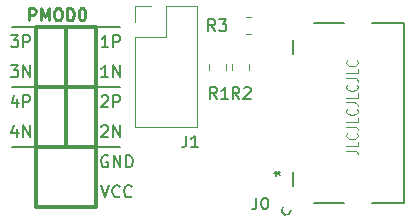
<source format=gbr>
%TF.GenerationSoftware,KiCad,Pcbnew,5.1.8*%
%TF.CreationDate,2021-01-07T21:55:06-06:00*%
%TF.ProjectId,hdmi_pmod,68646d69-5f70-46d6-9f64-2e6b69636164,rev?*%
%TF.SameCoordinates,Original*%
%TF.FileFunction,Legend,Top*%
%TF.FilePolarity,Positive*%
%FSLAX46Y46*%
G04 Gerber Fmt 4.6, Leading zero omitted, Abs format (unit mm)*
G04 Created by KiCad (PCBNEW 5.1.8) date 2021-01-07 21:55:06*
%MOMM*%
%LPD*%
G01*
G04 APERTURE LIST*
%ADD10C,0.100000*%
%ADD11C,0.120000*%
%ADD12C,0.304800*%
%ADD13C,0.203200*%
%ADD14C,0.152400*%
%ADD15C,0.150000*%
%ADD16C,0.254000*%
G04 APERTURE END LIST*
D10*
X113652380Y-76945238D02*
X114366666Y-76945238D01*
X114509523Y-76983333D01*
X114604761Y-77059523D01*
X114652380Y-77173809D01*
X114652380Y-77250000D01*
X114652380Y-76183333D02*
X114652380Y-76564285D01*
X113652380Y-76564285D01*
X114557142Y-75459523D02*
X114604761Y-75497619D01*
X114652380Y-75611904D01*
X114652380Y-75688095D01*
X114604761Y-75802380D01*
X114509523Y-75878571D01*
X114414285Y-75916666D01*
X114223809Y-75954761D01*
X114080952Y-75954761D01*
X113890476Y-75916666D01*
X113795238Y-75878571D01*
X113700000Y-75802380D01*
X113652380Y-75688095D01*
X113652380Y-75611904D01*
X113700000Y-75497619D01*
X113747619Y-75459523D01*
X113652380Y-74888095D02*
X114366666Y-74888095D01*
X114509523Y-74926190D01*
X114604761Y-75002380D01*
X114652380Y-75116666D01*
X114652380Y-75192857D01*
X114652380Y-74126190D02*
X114652380Y-74507142D01*
X113652380Y-74507142D01*
X114557142Y-73402380D02*
X114604761Y-73440476D01*
X114652380Y-73554761D01*
X114652380Y-73630952D01*
X114604761Y-73745238D01*
X114509523Y-73821428D01*
X114414285Y-73859523D01*
X114223809Y-73897619D01*
X114080952Y-73897619D01*
X113890476Y-73859523D01*
X113795238Y-73821428D01*
X113700000Y-73745238D01*
X113652380Y-73630952D01*
X113652380Y-73554761D01*
X113700000Y-73440476D01*
X113747619Y-73402380D01*
X113652380Y-72830952D02*
X114366666Y-72830952D01*
X114509523Y-72869047D01*
X114604761Y-72945238D01*
X114652380Y-73059523D01*
X114652380Y-73135714D01*
X114652380Y-72069047D02*
X114652380Y-72450000D01*
X113652380Y-72450000D01*
X114557142Y-71345238D02*
X114604761Y-71383333D01*
X114652380Y-71497619D01*
X114652380Y-71573809D01*
X114604761Y-71688095D01*
X114509523Y-71764285D01*
X114414285Y-71802380D01*
X114223809Y-71840476D01*
X114080952Y-71840476D01*
X113890476Y-71802380D01*
X113795238Y-71764285D01*
X113700000Y-71688095D01*
X113652380Y-71573809D01*
X113652380Y-71497619D01*
X113700000Y-71383333D01*
X113747619Y-71345238D01*
X113652380Y-70773809D02*
X114366666Y-70773809D01*
X114509523Y-70811904D01*
X114604761Y-70888095D01*
X114652380Y-71002380D01*
X114652380Y-71078571D01*
X114652380Y-70011904D02*
X114652380Y-70392857D01*
X113652380Y-70392857D01*
X114557142Y-69288095D02*
X114604761Y-69326190D01*
X114652380Y-69440476D01*
X114652380Y-69516666D01*
X114604761Y-69630952D01*
X114509523Y-69707142D01*
X114414285Y-69745238D01*
X114223809Y-69783333D01*
X114080952Y-69783333D01*
X113890476Y-69745238D01*
X113795238Y-69707142D01*
X113700000Y-69630952D01*
X113652380Y-69516666D01*
X113652380Y-69440476D01*
X113700000Y-69326190D01*
X113747619Y-69288095D01*
D11*
%TO.C,J1*%
X95820000Y-74950000D02*
X101020000Y-74950000D01*
X95820000Y-67270000D02*
X95820000Y-74950000D01*
X101020000Y-64670000D02*
X101020000Y-74950000D01*
X95820000Y-67270000D02*
X98420000Y-67270000D01*
X98420000Y-67270000D02*
X98420000Y-64670000D01*
X98420000Y-64670000D02*
X101020000Y-64670000D01*
X95820000Y-66000000D02*
X95820000Y-64670000D01*
X95820000Y-64670000D02*
X97150000Y-64670000D01*
D12*
%TO.C,PMOD0*%
X89941001Y-71526001D02*
X89941001Y-76606001D01*
X89941001Y-66446001D02*
X89941001Y-71526001D01*
X87401001Y-71526001D02*
X92481001Y-71526001D01*
X92481001Y-76606001D02*
X87401001Y-76606001D01*
X87401001Y-66446001D02*
X87401001Y-81686001D01*
X87401001Y-81686001D02*
X92481001Y-81686001D01*
X92481001Y-81686001D02*
X92481001Y-66446001D01*
X92481001Y-66446001D02*
X87401001Y-66446001D01*
D13*
X85369001Y-66446001D02*
X87401001Y-66446001D01*
X92481001Y-66446001D02*
X94513001Y-66446001D01*
X92481001Y-71526001D02*
X94513001Y-71526001D01*
X85369001Y-71526001D02*
X87401001Y-71526001D01*
X85369001Y-76606001D02*
X87401001Y-76606001D01*
X92481001Y-76606001D02*
X94513001Y-76606001D01*
D14*
%TO.C,J0*%
X118555262Y-81364699D02*
X118555262Y-66099299D01*
X118555262Y-66099299D02*
X115891179Y-66099299D01*
X109208062Y-67515900D02*
X109208062Y-68734158D01*
X110987380Y-81364699D02*
X113466401Y-81364699D01*
X109208062Y-78729840D02*
X109208062Y-79948097D01*
X115891179Y-81364699D02*
X118555262Y-81364699D01*
X113466401Y-66099299D02*
X110987380Y-66099299D01*
X108308180Y-81737914D02*
G75*
G03*
X108966000Y-81999699I276820J-261785D01*
G01*
D11*
%TO.C,R1*%
X103535000Y-69622936D02*
X103535000Y-70077064D01*
X102065000Y-69622936D02*
X102065000Y-70077064D01*
%TO.C,R2*%
X104015000Y-69622936D02*
X104015000Y-70077064D01*
X105485000Y-69622936D02*
X105485000Y-70077064D01*
%TO.C,R3*%
X105160436Y-65615000D02*
X105614564Y-65615000D01*
X105160436Y-67085000D02*
X105614564Y-67085000D01*
%TO.C,J1*%
D15*
X100116666Y-75652380D02*
X100116666Y-76366666D01*
X100069047Y-76509523D01*
X99973809Y-76604761D01*
X99830952Y-76652380D01*
X99735714Y-76652380D01*
X101116666Y-76652380D02*
X100545238Y-76652380D01*
X100830952Y-76652380D02*
X100830952Y-75652380D01*
X100735714Y-75795238D01*
X100640476Y-75890476D01*
X100545238Y-75938095D01*
%TO.C,PMOD0*%
D16*
X86808334Y-65889620D02*
X86808334Y-64873620D01*
X87195381Y-64873620D01*
X87292143Y-64922001D01*
X87340524Y-64970381D01*
X87388905Y-65067143D01*
X87388905Y-65212286D01*
X87340524Y-65309048D01*
X87292143Y-65357429D01*
X87195381Y-65405810D01*
X86808334Y-65405810D01*
X87824334Y-65889620D02*
X87824334Y-64873620D01*
X88163001Y-65599334D01*
X88501667Y-64873620D01*
X88501667Y-65889620D01*
X89179001Y-64873620D02*
X89372524Y-64873620D01*
X89469286Y-64922001D01*
X89566048Y-65018762D01*
X89614429Y-65212286D01*
X89614429Y-65550953D01*
X89566048Y-65744477D01*
X89469286Y-65841239D01*
X89372524Y-65889620D01*
X89179001Y-65889620D01*
X89082239Y-65841239D01*
X88985477Y-65744477D01*
X88937096Y-65550953D01*
X88937096Y-65212286D01*
X88985477Y-65018762D01*
X89082239Y-64922001D01*
X89179001Y-64873620D01*
X90049858Y-65889620D02*
X90049858Y-64873620D01*
X90291762Y-64873620D01*
X90436905Y-64922001D01*
X90533667Y-65018762D01*
X90582048Y-65115524D01*
X90630429Y-65309048D01*
X90630429Y-65454191D01*
X90582048Y-65647715D01*
X90533667Y-65744477D01*
X90436905Y-65841239D01*
X90291762Y-65889620D01*
X90049858Y-65889620D01*
X91259381Y-64873620D02*
X91356143Y-64873620D01*
X91452905Y-64922001D01*
X91501286Y-64970381D01*
X91549667Y-65067143D01*
X91598048Y-65260667D01*
X91598048Y-65502572D01*
X91549667Y-65696096D01*
X91501286Y-65792858D01*
X91452905Y-65841239D01*
X91356143Y-65889620D01*
X91259381Y-65889620D01*
X91162620Y-65841239D01*
X91114239Y-65792858D01*
X91065858Y-65696096D01*
X91017477Y-65502572D01*
X91017477Y-65260667D01*
X91065858Y-65067143D01*
X91114239Y-64970381D01*
X91162620Y-64922001D01*
X91259381Y-64873620D01*
D15*
X92941477Y-74883620D02*
X92989096Y-74836001D01*
X93084334Y-74788381D01*
X93322429Y-74788381D01*
X93417667Y-74836001D01*
X93465286Y-74883620D01*
X93512905Y-74978858D01*
X93512905Y-75074096D01*
X93465286Y-75216953D01*
X92893858Y-75788381D01*
X93512905Y-75788381D01*
X93941477Y-75788381D02*
X93941477Y-74788381D01*
X94512905Y-75788381D01*
X94512905Y-74788381D01*
X92965286Y-72343620D02*
X93012905Y-72296001D01*
X93108143Y-72248381D01*
X93346239Y-72248381D01*
X93441477Y-72296001D01*
X93489096Y-72343620D01*
X93536715Y-72438858D01*
X93536715Y-72534096D01*
X93489096Y-72676953D01*
X92917667Y-73248381D01*
X93536715Y-73248381D01*
X93965286Y-73248381D02*
X93965286Y-72248381D01*
X94346239Y-72248381D01*
X94441477Y-72296001D01*
X94489096Y-72343620D01*
X94536715Y-72438858D01*
X94536715Y-72581715D01*
X94489096Y-72676953D01*
X94441477Y-72724572D01*
X94346239Y-72772191D01*
X93965286Y-72772191D01*
X93512905Y-70708381D02*
X92941477Y-70708381D01*
X93227191Y-70708381D02*
X93227191Y-69708381D01*
X93131953Y-69851239D01*
X93036715Y-69946477D01*
X92941477Y-69994096D01*
X93941477Y-70708381D02*
X93941477Y-69708381D01*
X94512905Y-70708381D01*
X94512905Y-69708381D01*
X93536715Y-68168381D02*
X92965286Y-68168381D01*
X93251001Y-68168381D02*
X93251001Y-67168381D01*
X93155762Y-67311239D01*
X93060524Y-67406477D01*
X92965286Y-67454096D01*
X93965286Y-68168381D02*
X93965286Y-67168381D01*
X94346239Y-67168381D01*
X94441477Y-67216001D01*
X94489096Y-67263620D01*
X94536715Y-67358858D01*
X94536715Y-67501715D01*
X94489096Y-67596953D01*
X94441477Y-67644572D01*
X94346239Y-67692191D01*
X93965286Y-67692191D01*
X85797667Y-75121715D02*
X85797667Y-75788381D01*
X85559572Y-74740762D02*
X85321477Y-75455048D01*
X85940524Y-75455048D01*
X86321477Y-75788381D02*
X86321477Y-74788381D01*
X86892905Y-75788381D01*
X86892905Y-74788381D01*
X85821477Y-72581715D02*
X85821477Y-73248381D01*
X85583381Y-72200762D02*
X85345286Y-72915048D01*
X85964334Y-72915048D01*
X86345286Y-73248381D02*
X86345286Y-72248381D01*
X86726239Y-72248381D01*
X86821477Y-72296001D01*
X86869096Y-72343620D01*
X86916715Y-72438858D01*
X86916715Y-72581715D01*
X86869096Y-72676953D01*
X86821477Y-72724572D01*
X86726239Y-72772191D01*
X86345286Y-72772191D01*
X85297667Y-67168381D02*
X85916715Y-67168381D01*
X85583381Y-67549334D01*
X85726239Y-67549334D01*
X85821477Y-67596953D01*
X85869096Y-67644572D01*
X85916715Y-67739810D01*
X85916715Y-67977905D01*
X85869096Y-68073143D01*
X85821477Y-68120762D01*
X85726239Y-68168381D01*
X85440524Y-68168381D01*
X85345286Y-68120762D01*
X85297667Y-68073143D01*
X86345286Y-68168381D02*
X86345286Y-67168381D01*
X86726239Y-67168381D01*
X86821477Y-67216001D01*
X86869096Y-67263620D01*
X86916715Y-67358858D01*
X86916715Y-67501715D01*
X86869096Y-67596953D01*
X86821477Y-67644572D01*
X86726239Y-67692191D01*
X86345286Y-67692191D01*
X85273858Y-69708381D02*
X85892905Y-69708381D01*
X85559572Y-70089334D01*
X85702429Y-70089334D01*
X85797667Y-70136953D01*
X85845286Y-70184572D01*
X85892905Y-70279810D01*
X85892905Y-70517905D01*
X85845286Y-70613143D01*
X85797667Y-70660762D01*
X85702429Y-70708381D01*
X85416715Y-70708381D01*
X85321477Y-70660762D01*
X85273858Y-70613143D01*
X86321477Y-70708381D02*
X86321477Y-69708381D01*
X86892905Y-70708381D01*
X86892905Y-69708381D01*
X92925667Y-79868381D02*
X93259001Y-80868381D01*
X93592334Y-79868381D01*
X94497096Y-80773143D02*
X94449477Y-80820762D01*
X94306620Y-80868381D01*
X94211381Y-80868381D01*
X94068524Y-80820762D01*
X93973286Y-80725524D01*
X93925667Y-80630286D01*
X93878048Y-80439810D01*
X93878048Y-80296953D01*
X93925667Y-80106477D01*
X93973286Y-80011239D01*
X94068524Y-79916001D01*
X94211381Y-79868381D01*
X94306620Y-79868381D01*
X94449477Y-79916001D01*
X94497096Y-79963620D01*
X95497096Y-80773143D02*
X95449477Y-80820762D01*
X95306620Y-80868381D01*
X95211381Y-80868381D01*
X95068524Y-80820762D01*
X94973286Y-80725524D01*
X94925667Y-80630286D01*
X94878048Y-80439810D01*
X94878048Y-80296953D01*
X94925667Y-80106477D01*
X94973286Y-80011239D01*
X95068524Y-79916001D01*
X95211381Y-79868381D01*
X95306620Y-79868381D01*
X95449477Y-79916001D01*
X95497096Y-79963620D01*
X93497096Y-77376001D02*
X93401858Y-77328381D01*
X93259001Y-77328381D01*
X93116143Y-77376001D01*
X93020905Y-77471239D01*
X92973286Y-77566477D01*
X92925667Y-77756953D01*
X92925667Y-77899810D01*
X92973286Y-78090286D01*
X93020905Y-78185524D01*
X93116143Y-78280762D01*
X93259001Y-78328381D01*
X93354239Y-78328381D01*
X93497096Y-78280762D01*
X93544715Y-78233143D01*
X93544715Y-77899810D01*
X93354239Y-77899810D01*
X93973286Y-78328381D02*
X93973286Y-77328381D01*
X94544715Y-78328381D01*
X94544715Y-77328381D01*
X95020905Y-78328381D02*
X95020905Y-77328381D01*
X95259001Y-77328381D01*
X95401858Y-77376001D01*
X95497096Y-77471239D01*
X95544715Y-77566477D01*
X95592334Y-77756953D01*
X95592334Y-77899810D01*
X95544715Y-78090286D01*
X95497096Y-78185524D01*
X95401858Y-78280762D01*
X95259001Y-78328381D01*
X95020905Y-78328381D01*
%TO.C,J0*%
X106066666Y-80902380D02*
X106066666Y-81616666D01*
X106019047Y-81759523D01*
X105923809Y-81854761D01*
X105780952Y-81902380D01*
X105685714Y-81902380D01*
X106733333Y-80902380D02*
X106828571Y-80902380D01*
X106923809Y-80950000D01*
X106971428Y-80997619D01*
X107019047Y-81092857D01*
X107066666Y-81283333D01*
X107066666Y-81521428D01*
X107019047Y-81711904D01*
X106971428Y-81807142D01*
X106923809Y-81854761D01*
X106828571Y-81902380D01*
X106733333Y-81902380D01*
X106638095Y-81854761D01*
X106590476Y-81807142D01*
X106542857Y-81711904D01*
X106495238Y-81521428D01*
X106495238Y-81283333D01*
X106542857Y-81092857D01*
X106590476Y-80997619D01*
X106638095Y-80950000D01*
X106733333Y-80902380D01*
X107602380Y-78850000D02*
X107840476Y-78850000D01*
X107745238Y-79088095D02*
X107840476Y-78850000D01*
X107745238Y-78611904D01*
X108030952Y-78992857D02*
X107840476Y-78850000D01*
X108030952Y-78707142D01*
%TO.C,R1*%
X102733333Y-72552380D02*
X102400000Y-72076190D01*
X102161904Y-72552380D02*
X102161904Y-71552380D01*
X102542857Y-71552380D01*
X102638095Y-71600000D01*
X102685714Y-71647619D01*
X102733333Y-71742857D01*
X102733333Y-71885714D01*
X102685714Y-71980952D01*
X102638095Y-72028571D01*
X102542857Y-72076190D01*
X102161904Y-72076190D01*
X103685714Y-72552380D02*
X103114285Y-72552380D01*
X103400000Y-72552380D02*
X103400000Y-71552380D01*
X103304761Y-71695238D01*
X103209523Y-71790476D01*
X103114285Y-71838095D01*
%TO.C,R2*%
X104633333Y-72552380D02*
X104300000Y-72076190D01*
X104061904Y-72552380D02*
X104061904Y-71552380D01*
X104442857Y-71552380D01*
X104538095Y-71600000D01*
X104585714Y-71647619D01*
X104633333Y-71742857D01*
X104633333Y-71885714D01*
X104585714Y-71980952D01*
X104538095Y-72028571D01*
X104442857Y-72076190D01*
X104061904Y-72076190D01*
X105014285Y-71647619D02*
X105061904Y-71600000D01*
X105157142Y-71552380D01*
X105395238Y-71552380D01*
X105490476Y-71600000D01*
X105538095Y-71647619D01*
X105585714Y-71742857D01*
X105585714Y-71838095D01*
X105538095Y-71980952D01*
X104966666Y-72552380D01*
X105585714Y-72552380D01*
%TO.C,R3*%
X102583333Y-66802380D02*
X102250000Y-66326190D01*
X102011904Y-66802380D02*
X102011904Y-65802380D01*
X102392857Y-65802380D01*
X102488095Y-65850000D01*
X102535714Y-65897619D01*
X102583333Y-65992857D01*
X102583333Y-66135714D01*
X102535714Y-66230952D01*
X102488095Y-66278571D01*
X102392857Y-66326190D01*
X102011904Y-66326190D01*
X102916666Y-65802380D02*
X103535714Y-65802380D01*
X103202380Y-66183333D01*
X103345238Y-66183333D01*
X103440476Y-66230952D01*
X103488095Y-66278571D01*
X103535714Y-66373809D01*
X103535714Y-66611904D01*
X103488095Y-66707142D01*
X103440476Y-66754761D01*
X103345238Y-66802380D01*
X103059523Y-66802380D01*
X102964285Y-66754761D01*
X102916666Y-66707142D01*
%TD*%
M02*

</source>
